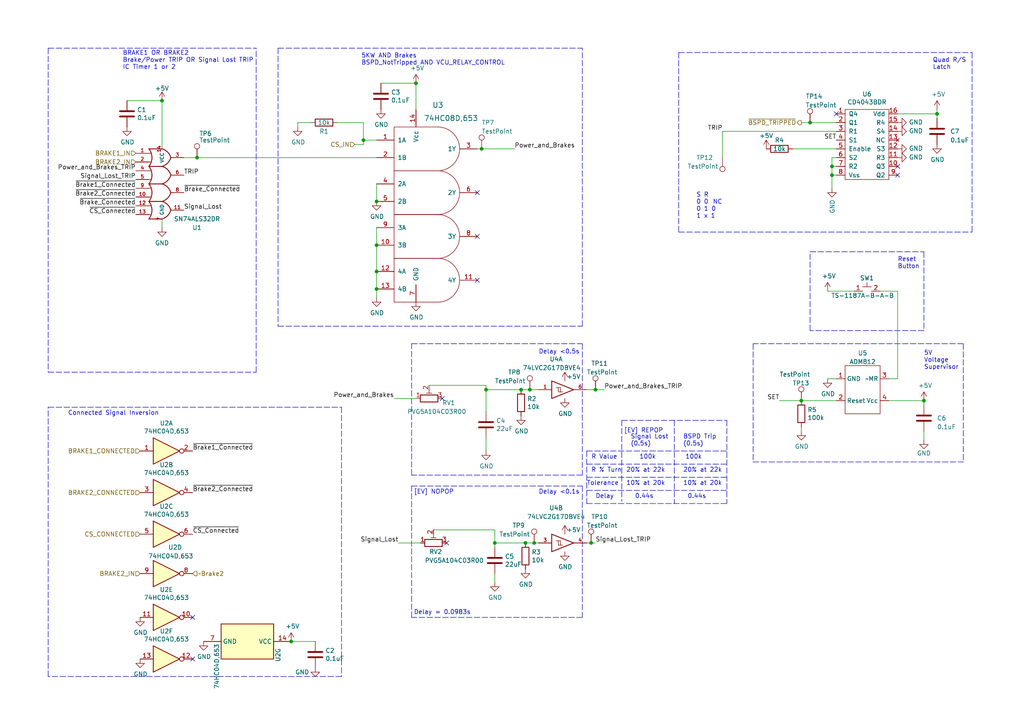
<source format=kicad_sch>
(kicad_sch (version 20211123) (generator eeschema)
  (paper "A4")
  (title_block (date "2019-10-09") (company "Longhorn Racing Electric"))
  (lib_symbols
    (symbol "20-ELC-2-01-R2(Appetizer)-rescue:CD4043BDR-LHRE_Component_Library" (pin_names (offset 1.016))
      (property "Reference" "U" (at 0 13.97 0))
      (property "Value" "CD4043BDR-LHRE_Component_Library" (at 0 11.43 0))
      (symbol "CD4043BDR-LHRE_Component_Library_0_1"
        (rectangle (start -6.35 10.16) (end 6.35 -10.16))
      )
      (symbol "CD4043BDR-LHRE_Component_Library_1_1"
        (pin output line (at -8.89 8.89 0) (length 2.54) (name "Q4") (number "1"))
        (pin input line (at 8.89 -6.35 180) (length 2.54) (name "Q3") (number "10"))
        (pin input line (at 8.89 -3.81 180) (length 2.54) (name "R3") (number "11"))
        (pin input line (at 8.89 -1.27 180) (length 2.54) (name "S3") (number "12"))
        (pin no_connect line (at 8.89 1.27 180) (length 2.54) (name "NC") (number "13"))
        (pin input line (at 8.89 3.81 180) (length 2.54) (name "S4") (number "14"))
        (pin input line (at 8.89 6.35 180) (length 2.54) (name "R4") (number "15"))
        (pin input line (at 8.89 8.89 180) (length 2.54) (name "Vdd") (number "16"))
        (pin output line (at -8.89 6.35 0) (length 2.54) (name "Q1") (number "2"))
        (pin input line (at -8.89 3.81 0) (length 2.54) (name "R1") (number "3"))
        (pin input line (at -8.89 1.27 0) (length 2.54) (name "S1") (number "4"))
        (pin input line (at -8.89 -1.27 0) (length 2.54) (name "Enable") (number "5"))
        (pin input line (at -8.89 -3.81 0) (length 2.54) (name "S2") (number "6"))
        (pin input line (at -8.89 -6.35 0) (length 2.54) (name "R2") (number "7"))
        (pin output line (at -8.89 -8.89 0) (length 2.54) (name "Vss") (number "8"))
        (pin input line (at 8.89 -8.89 180) (length 2.54) (name "Q2") (number "9"))
      )
    )
    (symbol "20-ELC-2-01-R2(Appetizer)-rescue:R_POT_TRIM-Device" (pin_names (offset 1.016) hide)
      (property "Reference" "RV" (at -4.445 0 90))
      (property "Value" "R_POT_TRIM-Device" (at -2.54 0 90))
      (symbol "R_POT_TRIM-Device_0_1"
        (polyline (pts (xy 1.524 0.762) (xy 1.524 -0.762)))
        (polyline (pts (xy 2.54 0) (xy 1.524 0)))
        (rectangle (start 1.016 2.54) (end -1.016 -2.54) (stroke (width 0.254)))
      )
      (symbol "R_POT_TRIM-Device_1_1"
        (pin passive line (at 0 3.81 270) (length 1.27) (name "1") (number "1"))
        (pin passive line (at 3.81 0 180) (length 1.27) (name "2") (number "2"))
        (pin passive line (at 0 -3.81 90) (length 1.27) (name "3") (number "3"))
      )
    )
    (symbol "20-ELC-2-01-R2(Appetizer)-rescue:UK-B0288-SP25Y-LHRE_Component_Library" (pin_names (offset 1.016))
      (property "Reference" "S" (at 0 8.89 0))
      (property "Value" "UK-B0288-SP25Y-LHRE_Component_Library" (at 0 6.35 0))
      (symbol "UK-B0288-SP25Y-LHRE_Component_Library_0_1"
        (rectangle (start -1.27 2.54) (end 1.27 2.54))
        (rectangle (start 0 3.81) (end 0 2.54))
      )
      (symbol "UK-B0288-SP25Y-LHRE_Component_Library_1_1"
        (pin input line (at -3.81 1.27 0) (length 2.54) (name "~") (number "1"))
        (pin output line (at 3.81 1.27 180) (length 2.54) (name "~") (number "2"))
      )
    )
    (symbol "74xGxx:74LVC2G17" (pin_names (offset 1.016))
      (property "Reference" "U" (at -2.54 3.81 0))
      (property "Value" "74LVC2G17" (at 0 -3.81 0))
      (symbol "74LVC2G17_0_1"
        (polyline (pts (xy -1.905 0.635) (xy -1.27 0.635) (xy -1.27 -0.635)))
        (polyline (pts (xy -3.81 2.54) (xy -3.81 -2.54) (xy 2.54 0) (xy -3.81 2.54)) (stroke (width 0.254)))
        (polyline (pts (xy -2.54 0.635) (xy -1.905 0.635) (xy -1.905 -0.635) (xy -0.635 -0.635)))
        (pin power_in line (at 0 -2.54 270) (length 0) hide (name "GND") (number "2"))
        (pin power_in line (at 0 2.54 90) (length 0) hide (name "VCC") (number "5"))
      )
      (symbol "74LVC2G17_1_1"
        (pin input line (at -7.62 0 0) (length 3.81) (name "~") (number "1"))
        (pin output line (at 6.35 0 180) (length 3.81) (name "~") (number "6"))
      )
      (symbol "74LVC2G17_2_1"
        (pin input line (at -7.62 0 0) (length 3.81) (name "~") (number "3"))
        (pin output line (at 6.35 0 180) (length 3.81) (name "~") (number "4"))
      )
    )
    (symbol "74xx:74HC04"
      (property "Reference" "U" (at 0 1.27 0))
      (property "Value" "74HC04" (at 0 -1.27 0))
      (symbol "74HC04_1_0"
        (polyline (pts (xy -3.81 3.81) (xy -3.81 -3.81) (xy 3.81 0) (xy -3.81 3.81)) (stroke (width 0.254)) (fill (type background)))
        (pin input line (at -7.62 0 0) (length 3.81) (name "~") (number "1"))
        (pin output inverted (at 7.62 0 180) (length 3.81) (name "~") (number "2"))
      )
      (symbol "74HC04_2_0"
        (polyline (pts (xy -3.81 3.81) (xy -3.81 -3.81) (xy 3.81 0) (xy -3.81 3.81)) (stroke (width 0.254)) (fill (type background)))
        (pin input line (at -7.62 0 0) (length 3.81) (name "~") (number "3"))
        (pin output inverted (at 7.62 0 180) (length 3.81) (name "~") (number "4"))
      )
      (symbol "74HC04_3_0"
        (polyline (pts (xy -3.81 3.81) (xy -3.81 -3.81) (xy 3.81 0) (xy -3.81 3.81)) (stroke (width 0.254)) (fill (type background)))
        (pin input line (at -7.62 0 0) (length 3.81) (name "~") (number "5"))
        (pin output inverted (at 7.62 0 180) (length 3.81) (name "~") (number "6"))
      )
      (symbol "74HC04_4_0"
        (polyline (pts (xy -3.81 3.81) (xy -3.81 -3.81) (xy 3.81 0) (xy -3.81 3.81)) (stroke (width 0.254)) (fill (type background)))
        (pin output inverted (at 7.62 0 180) (length 3.81) (name "~") (number "8"))
        (pin input line (at -7.62 0 0) (length 3.81) (name "~") (number "9"))
      )
      (symbol "74HC04_5_0"
        (polyline (pts (xy -3.81 3.81) (xy -3.81 -3.81) (xy 3.81 0) (xy -3.81 3.81)) (stroke (width 0.254)) (fill (type background)))
        (pin output inverted (at 7.62 0 180) (length 3.81) (name "~") (number "10"))
        (pin input line (at -7.62 0 0) (length 3.81) (name "~") (number "11"))
      )
      (symbol "74HC04_6_0"
        (polyline (pts (xy -3.81 3.81) (xy -3.81 -3.81) (xy 3.81 0) (xy -3.81 3.81)) (stroke (width 0.254)) (fill (type background)))
        (pin output inverted (at 7.62 0 180) (length 3.81) (name "~") (number "12"))
        (pin input line (at -7.62 0 0) (length 3.81) (name "~") (number "13"))
      )
      (symbol "74HC04_7_0"
        (pin power_in line (at 0 12.7 270) (length 5.08) (name "VCC") (number "14"))
        (pin power_in line (at 0 -12.7 90) (length 5.08) (name "GND") (number "7"))
      )
      (symbol "74HC04_7_1"
        (rectangle (start -5.08 7.62) (end 5.08 -7.62) (stroke (width 0.254)) (fill (type background)))
      )
    )
    (symbol "Connector:TestPoint" (pin_numbers hide) (pin_names (offset 0.762) hide)
      (property "Reference" "TP" (at 0 6.858 0))
      (property "Value" "TestPoint" (at 0 5.08 0))
      (symbol "TestPoint_0_1"
        (circle (center 0 3.302) (radius 0.762))
      )
      (symbol "TestPoint_1_1"
        (pin passive line (at 0 0 90) (length 2.54) (name "1") (number "1"))
      )
    )
    (symbol "Device:C" (pin_numbers hide) (pin_names (offset 0.254))
      (property "Reference" "C" (at 0.635 2.54 0))
      (property "Value" "C" (at 0.635 -2.54 0))
      (symbol "C_0_1"
        (polyline (pts (xy -2.032 -0.762) (xy 2.032 -0.762)) (stroke (width 0.508)))
        (polyline (pts (xy -2.032 0.762) (xy 2.032 0.762)) (stroke (width 0.508)))
      )
      (symbol "C_1_1"
        (pin passive line (at 0 3.81 270) (length 2.794) (name "~") (number "1"))
        (pin passive line (at 0 -3.81 90) (length 2.794) (name "~") (number "2"))
      )
    )
    (symbol "Device:R" (pin_numbers hide) (pin_names (offset 0))
      (property "Reference" "R" (at 2.032 0 90))
      (property "Value" "R" (at 0 0 90))
      (symbol "R_0_1"
        (rectangle (start -1.016 -2.54) (end 1.016 2.54) (stroke (width 0.254)))
      )
      (symbol "R_1_1"
        (pin passive line (at 0 3.81 270) (length 1.27) (name "~") (number "1"))
        (pin passive line (at 0 -3.81 90) (length 1.27) (name "~") (number "2"))
      )
    )
    (symbol "LHR 2023 Schematic Library:ADM812"
      (property "Reference" "U" (at 0 8.89 0))
      (property "Value" "ADM812" (at 0 -7.62 0))
      (symbol "ADM812_0_1"
        (rectangle (start -5.08 7.62) (end 5.08 -6.35) (stroke (width 0.1524)))
      )
      (symbol "ADM812_1_1"
        (pin input line (at -7.62 3.81 0) (length 2.54) (name "GND") (number "1"))
        (pin output line (at -7.62 -2.54 0) (length 2.54) (name "Reset") (number "2"))
        (pin input line (at 7.62 3.81 180) (length 2.54) (name "~MR") (number "3"))
        (pin power_in line (at 7.62 -2.54 180) (length 2.54) (name "Vcc") (number "4"))
      )
    )
    (symbol "LHRE_Component_Library:74HC08-QUAD" (pin_names (offset 1.016))
      (property "Reference" "U" (at 1.27 19.05 0))
      (property "Value" "LHRE_Component_Library_74HC08-QUAD" (at 7.62 26.67 0))
      (symbol "74HC08-QUAD_0_1"
        (polyline (pts (xy 5.08 25.4) (xy -7.62 25.4) (xy -7.62 12.7) (xy 5.08 12.7)))
        (arc (start 5.08 12.7) (mid 11.43 19.05) (end 5.08 25.4))
      )
      (symbol "74HC08-QUAD_1_1"
        (polyline (pts (xy 5.08 -12.7) (xy -7.62 -12.7) (xy -7.62 -25.4) (xy 5.08 -25.4)))
        (polyline (pts (xy 5.08 0) (xy -7.62 0) (xy -7.62 -12.7) (xy 5.08 -12.7)))
        (polyline (pts (xy 5.08 12.7) (xy -7.62 12.7) (xy -7.62 0) (xy 5.08 0)))
        (arc (start 5.08 -25.4) (mid 11.43 -19.05) (end 5.08 -12.7))
        (arc (start 5.08 -12.7) (mid 11.43 -6.35) (end 5.08 0))
        (arc (start 5.08 0) (mid 11.43 6.35) (end 5.08 12.7))
        (pin input line (at -12.7 21.59 0) (length 5.08) (name "1A") (number "1"))
        (pin input line (at -12.7 -8.89 0) (length 5.08) (name "3B") (number "10"))
        (pin output line (at 16.51 -19.05 180) (length 5.08) (name "4Y") (number "11"))
        (pin input line (at -12.7 -16.51 0) (length 5.08) (name "4A") (number "12"))
        (pin input line (at -12.7 -21.59 0) (length 5.08) (name "4B") (number "13"))
        (pin input line (at -1.27 30.48 270) (length 5.08) (name "Vcc") (number "14"))
        (pin input line (at -12.7 16.51 0) (length 5.08) (name "1B") (number "2"))
        (pin output line (at 16.51 19.05 180) (length 5.08) (name "1Y") (number "3"))
        (pin input line (at -12.7 8.89 0) (length 5.08) (name "2A") (number "4"))
        (pin input line (at -12.7 3.81 0) (length 5.08) (name "2B") (number "5"))
        (pin output line (at 16.51 6.35 180) (length 5.08) (name "2Y") (number "6"))
        (pin input line (at -1.27 -25.4 90) (length 5.08) (name "GND") (number "7"))
        (pin output line (at 16.51 -6.35 180) (length 5.08) (name "3Y") (number "8"))
        (pin input line (at -12.7 -3.81 0) (length 5.08) (name "3A") (number "9"))
      )
    )
    (symbol "LHRE_Component_Library:SN74HC32PWR" (pin_names (offset 1.016))
      (property "Reference" "U" (at 2.54 -2.54 0))
      (property "Value" "LHRE_Component_Library_SN74HC32PWR" (at 0 -7.62 0))
      (symbol "SN74HC32PWR_1_1"
        (arc (start -3.81 -1.27) (mid -2.919 1.27) (end -3.81 3.81) (stroke (width 0.254)))
        (arc (start -3.81 3.81) (mid -2.919 6.35) (end -3.81 8.89) (stroke (width 0.254)))
        (arc (start -3.81 8.89) (mid -2.919 11.43) (end -3.81 13.97) (stroke (width 0.254)))
        (arc (start -3.81 13.97) (mid -2.919 16.51) (end -3.81 19.05) (stroke (width 0.254)))
        (arc (start 0 -1.27) (mid 1.601 -0.331) (end 2.54 1.27) (stroke (width 0.254)))
        (polyline (pts (xy -3.81 0) (xy -3.175 0)))
        (polyline (pts (xy -3.81 2.54) (xy -3.175 2.54)))
        (polyline (pts (xy -3.81 5.08) (xy -3.175 5.08)))
        (polyline (pts (xy -3.81 7.62) (xy -3.175 7.62)))
        (polyline (pts (xy -3.81 10.16) (xy -3.175 10.16)))
        (polyline (pts (xy -3.81 12.7) (xy -3.175 12.7)))
        (polyline (pts (xy -3.81 15.24) (xy -3.175 15.24)))
        (polyline (pts (xy -3.81 17.78) (xy -3.175 17.78)))
        (polyline (pts (xy 0 -1.27) (xy -3.81 -1.27)) (stroke (width 0.254)) (fill (type background)))
        (polyline (pts (xy 0 3.81) (xy -3.81 3.81)) (stroke (width 0.254)) (fill (type background)))
        (polyline (pts (xy 0 8.89) (xy -3.81 8.89)) (stroke (width 0.254)) (fill (type background)))
        (polyline (pts (xy 0 13.97) (xy -3.81 13.97)) (stroke (width 0.254)) (fill (type background)))
        (polyline (pts (xy 0 19.05) (xy -3.81 19.05)) (stroke (width 0.254)) (fill (type background)))
        (arc (start 0 3.81) (mid 1.601 4.749) (end 2.54 6.35) (stroke (width 0.254)))
        (arc (start 0 8.89) (mid 1.601 9.829) (end 2.54 11.43) (stroke (width 0.254)))
        (arc (start 0 13.97) (mid 1.601 14.909) (end 2.54 16.51) (stroke (width 0.254)))
        (arc (start 2.54 1.27) (mid 1.6136 2.8836) (end 0 3.81) (stroke (width 0.254)))
        (arc (start 2.54 6.35) (mid 1.6136 7.9636) (end 0 8.89) (stroke (width 0.254)))
        (arc (start 2.54 11.43) (mid 1.6136 13.0436) (end 0 13.97) (stroke (width 0.254)))
        (arc (start 2.54 16.51) (mid 1.6136 18.1236) (end 0 19.05) (stroke (width 0.254)))
        (pin input line (at -7.62 17.78 0) (length 3.81) (name "~") (number "1"))
        (pin input line (at -7.62 5.08 0) (length 3.81) (name "~") (number "10"))
        (pin output line (at 6.35 1.27 180) (length 3.81) (name "~") (number "11"))
        (pin input line (at -7.62 2.54 0) (length 3.81) (name "~") (number "12"))
        (pin input line (at -7.62 0 0) (length 3.81) (name "~") (number "13"))
        (pin power_in line (at 0 19.05 270) (length 0) (name "VCC") (number "14"))
        (pin input line (at -7.62 15.24 0) (length 3.81) (name "~") (number "2"))
        (pin output line (at 6.35 16.51 180) (length 3.81) (name "~") (number "3"))
        (pin input line (at -7.62 12.7 0) (length 3.81) (name "~") (number "4"))
        (pin input line (at -7.62 10.16 0) (length 3.81) (name "~") (number "5"))
        (pin output line (at 6.35 11.43 180) (length 3.81) (name "~") (number "6"))
        (pin power_in line (at 0 -1.27 90) (length 0) (name "GND") (number "7"))
        (pin output line (at 6.35 6.35 180) (length 3.81) (name "~") (number "8"))
        (pin input line (at -7.62 7.62 0) (length 3.81) (name "~") (number "9"))
      )
    )
    (symbol "R_POT_TRIM-Device_1" (pin_names (offset 1.016) hide)
      (property "Reference" "RV11" (at -1.27 -3.81 90))
      (property "Value" "R_POT_TRIM-Device_1" (at -5.08 -6.35 90))
      (symbol "R_POT_TRIM-Device_1_0_1"
        (polyline (pts (xy 1.524 0.762) (xy 1.524 -0.762)))
        (polyline (pts (xy 2.54 0) (xy 1.524 0)))
        (rectangle (start 1.016 2.54) (end -1.016 -2.54) (stroke (width 0.254)))
      )
      (symbol "R_POT_TRIM-Device_1_1_1"
        (pin passive line (at 0 3.81 270) (length 1.27) (name "1") (number "1"))
        (pin passive line (at 3.81 0 180) (length 1.27) (name "2") (number "2"))
        (pin passive line (at 0 -3.81 90) (length 1.27) (name "3") (number "3"))
      )
    )
    (symbol "power:+5V" (power) (pin_names (offset 0))
      (property "Value" "+5V" (at 0 3.556 0))
      (symbol "+5V_0_1"
        (polyline (pts (xy -0.762 1.27) (xy 0 2.54)))
        (polyline (pts (xy 0 0) (xy 0 2.54)))
        (polyline (pts (xy 0 2.54) (xy 0.762 1.27)))
      )
      (symbol "+5V_1_1"
        (pin power_in line (at 0 0 90) (length 0) hide (name "+5V") (number "1"))
      )
    )
    (symbol "power:GND" (power) (pin_names (offset 0))
      (property "Value" "GND" (at 0 -3.81 0))
      (symbol "GND_0_1"
        (polyline (pts (xy 0 0) (xy 0 -1.27) (xy 1.27 -1.27) (xy 0 -2.54) (xy -1.27 -1.27) (xy 0 -1.27)))
      )
      (symbol "GND_1_1"
        (pin power_in line (at 0 0 270) (length 0) hide (name "GND") (number "1"))
      )
    )
  )
  (junction (at 234.95 35.56))
  (junction (at 153.67 113.03))
  (junction (at 172.72 113.03))
  (junction (at 271.78 33.02))
  (junction (at 143.51 157.48))
  (junction (at 105.41 40.64))
  (junction (at 57.15 45.72))
  (junction (at 232.41 116.205))
  (junction (at 139.7 43.18))
  (junction (at 171.45 157.48))
  (junction (at 241.3 48.26))
  (junction (at 109.22 58.42))
  (junction (at 151.13 113.03))
  (junction (at 46.99 29.21))
  (junction (at 120.65 24.13))
  (junction (at 154.94 157.48))
  (junction (at 140.97 113.03))
  (junction (at 152.4 157.48))
  (junction (at 84.455 186.055))
  (junction (at 109.22 78.74))
  (junction (at 267.97 116.205))
  (junction (at 241.3 50.8))
  (junction (at 109.22 71.12))
  (junction (at 109.22 83.82))
  (no_connect (at 138.43 68.58))
  (no_connect (at 260.35 50.8))
  (no_connect (at 260.35 48.26))
  (no_connect (at 128.27 115.57))
  (no_connect (at 242.57 33.02))
  (no_connect (at 55.88 179.07))
  (no_connect (at 138.43 81.28))
  (no_connect (at 129.54 157.48))
  (no_connect (at 138.43 55.88))
  (no_connect (at 55.88 191.135))
  (wire (pts (xy 36.83 29.21) (xy 46.99 29.21)))
  (wire (pts (xy 232.41 35.56) (xy 234.95 35.56)))
  (polyline (pts (xy 170.18 146.05) (xy 210.82 146.05)))
  (wire (pts (xy 109.22 86.36) (xy 109.22 83.82)))
  (wire (pts (xy 151.13 113.03) (xy 140.97 113.03)))
  (polyline (pts (xy 234.95 73.025) (xy 267.97 73.025)))
  (polyline (pts (xy 180.34 121.92) (xy 210.82 121.92)))
  (wire (pts (xy 115.57 157.48) (xy 121.92 157.48)))
  (polyline (pts (xy 168.91 179.07) (xy 119.38 179.07)))
  (wire (pts (xy 53.34 45.72) (xy 57.15 45.72)))
  (wire (pts (xy 46.99 29.21) (xy 46.99 43.18)))
  (wire (pts (xy 229.87 43.18) (xy 242.57 43.18)))
  (wire (pts (xy 105.41 40.64) (xy 109.22 40.64)))
  (wire (pts (xy 257.81 116.205) (xy 267.97 116.205)))
  (polyline (pts (xy 168.91 140.97) (xy 168.91 179.07)))
  (wire (pts (xy 46.99 63.5) (xy 46.99 66.04)))
  (wire (pts (xy 240.03 109.855) (xy 242.57 109.855)))
  (polyline (pts (xy 267.97 73.025) (xy 267.97 95.885)))
  (wire (pts (xy 152.4 157.48) (xy 154.94 157.48)))
  (wire (pts (xy 172.72 157.48) (xy 171.45 157.48)))
  (polyline (pts (xy 218.44 133.985) (xy 279.4 133.985)))
  (polyline (pts (xy 74.295 107.95) (xy 74.295 13.97)))
  (polyline (pts (xy 13.97 107.95) (xy 74.295 107.95)))
  (wire (pts (xy 109.22 78.74) (xy 109.22 83.82)))
  (wire (pts (xy 267.97 125.095) (xy 267.97 127.635)))
  (wire (pts (xy 232.41 123.825) (xy 232.41 125.095)))
  (wire (pts (xy 143.51 153.67) (xy 143.51 157.48)))
  (wire (pts (xy 105.41 40.64) (xy 105.41 41.91)))
  (wire (pts (xy 125.73 153.67) (xy 143.51 153.67)))
  (polyline (pts (xy 119.38 179.07) (xy 119.38 140.97)))
  (wire (pts (xy 209.55 38.1) (xy 242.57 38.1)))
  (wire (pts (xy 242.57 50.8) (xy 241.3 50.8)))
  (polyline (pts (xy 119.38 99.695) (xy 168.91 99.695)))
  (wire (pts (xy 110.49 24.13) (xy 120.65 24.13)))
  (polyline (pts (xy 279.4 99.695) (xy 279.4 133.985)))
  (wire (pts (xy 109.22 66.04) (xy 109.22 71.12)))
  (wire (pts (xy 154.94 157.48) (xy 156.21 157.48)))
  (wire (pts (xy 114.3 115.57) (xy 120.65 115.57)))
  (wire (pts (xy 260.35 33.02) (xy 271.78 33.02)))
  (wire (pts (xy 260.35 109.855) (xy 257.81 109.855)))
  (polyline (pts (xy 234.95 95.885) (xy 234.95 73.025)))
  (polyline (pts (xy 195.58 121.92) (xy 195.58 146.05)))
  (polyline (pts (xy 80.645 13.97) (xy 80.645 94.615)))
  (polyline (pts (xy 80.645 94.615) (xy 168.91 94.615)))
  (wire (pts (xy 153.67 113.03) (xy 156.21 113.03)))
  (wire (pts (xy 140.97 111.76) (xy 140.97 113.03)))
  (wire (pts (xy 241.3 48.26) (xy 242.57 48.26)))
  (wire (pts (xy 234.95 35.56) (xy 242.57 35.56)))
  (wire (pts (xy 241.3 48.26) (xy 241.3 50.8)))
  (wire (pts (xy 240.03 84.455) (xy 247.65 84.455)))
  (polyline (pts (xy 180.34 121.92) (xy 180.34 145.415)))
  (polyline (pts (xy 196.85 15.24) (xy 196.85 67.31)))
  (polyline (pts (xy 13.97 13.97) (xy 74.295 13.97)))
  (polyline (pts (xy 267.97 95.885) (xy 234.95 95.885)))
  (polyline (pts (xy 99.06 118.11) (xy 99.06 196.215)))
  (wire (pts (xy 120.65 24.13) (xy 120.65 31.75)))
  (polyline (pts (xy 170.18 130.81) (xy 210.82 130.81)))
  (polyline (pts (xy 80.645 13.97) (xy 168.91 13.97)))
  (wire (pts (xy 143.51 168.91) (xy 143.51 166.37)))
  (wire (pts (xy 255.27 84.455) (xy 260.35 84.455)))
  (wire (pts (xy 105.41 41.91) (xy 102.87 41.91)))
  (polyline (pts (xy 168.91 99.695) (xy 168.91 137.795)))
  (wire (pts (xy 267.97 116.205) (xy 267.97 117.475)))
  (wire (pts (xy 124.46 111.76) (xy 140.97 111.76)))
  (wire (pts (xy 232.41 116.205) (xy 242.57 116.205)))
  (polyline (pts (xy 196.85 67.31) (xy 281.94 67.31)))
  (polyline (pts (xy 170.18 130.81) (xy 170.18 146.05)))
  (wire (pts (xy 209.55 38.1) (xy 209.55 45.72)))
  (wire (pts (xy 151.13 113.03) (xy 153.67 113.03)))
  (polyline (pts (xy 99.06 196.215) (xy 13.97 196.215)))
  (wire (pts (xy 143.51 157.48) (xy 143.51 158.75)))
  (wire (pts (xy 139.7 43.18) (xy 149.225 43.18)))
  (wire (pts (xy 241.3 45.72) (xy 241.3 48.26)))
  (polyline (pts (xy 170.18 138.43) (xy 210.82 138.43)))
  (polyline (pts (xy 13.97 13.97) (xy 13.97 107.95)))
  (wire (pts (xy 241.3 50.8) (xy 241.3 54.61)))
  (wire (pts (xy 57.15 45.72) (xy 109.22 45.72)))
  (polyline (pts (xy 119.38 140.97) (xy 168.91 140.97)))
  (wire (pts (xy 105.41 35.56) (xy 105.41 40.64)))
  (wire (pts (xy 271.78 33.02) (xy 271.78 31.75)))
  (wire (pts (xy 260.35 84.455) (xy 260.35 109.855)))
  (wire (pts (xy 226.06 116.205) (xy 232.41 116.205)))
  (wire (pts (xy 109.22 71.12) (xy 109.22 78.74)))
  (wire (pts (xy 97.79 35.56) (xy 105.41 35.56)))
  (wire (pts (xy 140.97 113.03) (xy 140.97 119.38)))
  (wire (pts (xy 170.18 113.03) (xy 172.72 113.03)))
  (polyline (pts (xy 168.91 137.795) (xy 119.38 137.795)))
  (wire (pts (xy 170.18 157.48) (xy 171.45 157.48)))
  (polyline (pts (xy 119.38 137.795) (xy 119.38 99.695)))
  (polyline (pts (xy 170.18 142.24) (xy 210.82 142.24)))
  (wire (pts (xy 86.36 35.56) (xy 90.17 35.56)))
  (wire (pts (xy 109.22 53.34) (xy 109.22 58.42)))
  (wire (pts (xy 91.44 186.055) (xy 84.455 186.055)))
  (wire (pts (xy 138.43 43.18) (xy 139.7 43.18)))
  (polyline (pts (xy 168.91 94.615) (xy 168.91 13.97)))
  (wire (pts (xy 271.78 34.29) (xy 271.78 33.02)))
  (polyline (pts (xy 218.44 99.695) (xy 218.44 133.985)))
  (polyline (pts (xy 13.97 118.11) (xy 99.06 118.11)))
  (polyline (pts (xy 196.85 15.24) (xy 281.94 15.24)))
  (polyline (pts (xy 210.82 121.92) (xy 210.82 146.05)))
  (polyline (pts (xy 281.94 15.24) (xy 281.94 67.31)))
  (wire (pts (xy 143.51 157.48) (xy 152.4 157.48)))
  (wire (pts (xy 172.72 113.03) (xy 175.26 113.03)))
  (polyline (pts (xy 170.18 134.62) (xy 210.82 134.62)))
  (polyline (pts (xy 279.4 99.695) (xy 218.44 99.695)))
  (polyline (pts (xy 13.97 196.215) (xy 13.97 118.11)))
  (wire (pts (xy 140.97 127) (xy 140.97 130.81)))
  (wire (pts (xy 86.36 36.83) (xy 86.36 35.56)))
  (wire (pts (xy 242.57 45.72) (xy 241.3 45.72)))
  (text "Tolerance" (at 170.18 140.97 0) (effects (font (size 1.27 1.27)) (justify left bottom)))
  (text "Delay = 0.0983s" (at 120.015 178.435 0) (effects (font (size 1.27 1.27)) (justify left bottom)))
  (text "Quad R/S\nLatch" (at 270.51 20.32 0) (effects (font (size 1.27 1.27)) (justify left bottom)))
  (text "5KW AND Brakes\nBSPD_NotTripped AND VCU_RELAY_CONTROL" (at 104.775 19.05 0) (effects (font (size 1.27 1.27)) (justify left bottom)))
  (text "BRAKE1 OR BRAKE2\nBrake/Power TRIP OR Signal Lost TRIP\nIC Timer 1 or 2\n" (at 35.56 20.32 0) (effects (font (size 1.27 1.27)) (justify left bottom)))
  (text "BSPD Trip \n(0.5s)\n" (at 198.12 129.54 0) (effects (font (size 1.27 1.27)) (justify left bottom)))
  (text "Delay <0.5s " (at 156.21 102.87 0) (effects (font (size 1.27 1.27)) (justify left bottom)))
  (text "Delay <0.1s" (at 156.21 143.51 0) (effects (font (size 1.27 1.27)) (justify left bottom)))
  (text "20% at 22k" (at 198.12 137.16 0) (effects (font (size 1.27 1.27)) (justify left bottom)))
  (text "[EV] REPOP" (at 180.975 125.73 0) (effects (font (size 1.27 1.27)) (justify left bottom)))
  (text "100k" (at 198.755 133.35 0) (effects (font (size 1.27 1.27)) (justify left bottom)))
  (text "0.44s" (at 184.15 144.78 0) (effects (font (size 1.27 1.27)) (justify left bottom)))
  (text "10% at 20k" (at 198.12 140.97 0) (effects (font (size 1.27 1.27)) (justify left bottom)))
  (text "5V\nVoltage\nSupervisor" (at 267.97 107.315 0) (effects (font (size 1.27 1.27)) (justify left bottom)))
  (text "Connected Signal Inversion\n" (at 19.685 120.65 0) (effects (font (size 1.27 1.27)) (justify left bottom)))
  (text "R % Turn" (at 171.45 137.16 0) (effects (font (size 1.27 1.27)) (justify left bottom)))
  (text "10% at 20k" (at 181.61 140.97 0) (effects (font (size 1.27 1.27)) (justify left bottom)))
  (text "20% at 22k" (at 181.61 137.16 0) (effects (font (size 1.27 1.27)) (justify left bottom)))
  (text "S R\n0 0	NC\n0 1 0\n1 x 1" (at 201.93 63.5 0) (effects (font (size 1.27 1.27)) (justify left bottom)))
  (text "100k" (at 185.42 133.35 0) (effects (font (size 1.27 1.27)) (justify left bottom)))
  (text "Signal Lost \n(0.5s)\n" (at 182.88 129.54 0) (effects (font (size 1.27 1.27)) (justify left bottom)))
  (text "Reset\nButton" (at 260.35 78.105 0) (effects (font (size 1.27 1.27)) (justify left bottom)))
  (text "Delay" (at 172.72 144.78 0) (effects (font (size 1.27 1.27)) (justify left bottom)))
  (text "0.44s" (at 199.39 144.78 0) (effects (font (size 1.27 1.27)) (justify left bottom)))
  (text "R Value" (at 179.07 133.35 180) (effects (font (size 1.27 1.27)) (justify right bottom)))
  (text "[EV] NOPOP" (at 120.015 143.51 0) (effects (font (size 1.27 1.27)) (justify left bottom)))
  (label "Signal_Lost" (at 53.34 60.96 0))
  (label "Power_and_Brakes" (at 114.3 115.57 180))
  (label "~{Brake_Connected}" (at 53.34 55.88 0))
  (label "~{CS_Connected}" (at 55.88 154.94 0))
  (label "TRIP" (at 209.55 38.1 180))
  (label "Signal_Lost_TRIP" (at 39.37 52.07 180))
  (label "~{Brake1_Connected}" (at 39.37 54.61 180))
  (label "Signal_Lost" (at 115.57 157.48 180))
  (label "Power_and_Brakes_TRIP" (at 39.37 49.53 180))
  (label "~{Brake1_Connected}" (at 55.88 130.81 0))
  (label "Power_and_Brakes_TRIP" (at 175.26 113.03 0))
  (label "~{Brake2_Connected}" (at 55.88 142.875 0))
  (label "Power_and_Brakes" (at 149.225 43.18 0))
  (label "SET" (at 242.57 40.64 180))
  (label "~{Brake_Connected}" (at 39.37 59.69 180))
  (label "SET" (at 226.06 116.205 180))
  (label "~{Brake2_Connected}" (at 39.37 57.15 180))
  (label "TRIP" (at 53.34 50.8 0))
  (label "~{CS_Connected}" (at 39.37 62.23 180))
  (label "Signal_Lost_TRIP" (at 172.72 157.48 0))
  (hierarchical_label "BRAKE1_IN" (shape input) (at 39.37 44.45 180))
  (hierarchical_label "BRAKE1_CONNECTED" (shape input) (at 40.64 130.81 180))
  (hierarchical_label "BRAKE2_CONNECTED" (shape input) (at 40.64 142.875 180))
  (hierarchical_label "~{BSPD_TRIPPED}" (shape output) (at 232.41 35.56 180))
  (hierarchical_label "~Brake2" (shape input) (at 55.88 166.37 0))
  (hierarchical_label "CS_CONNECTED" (shape input) (at 40.64 154.94 180))
  (hierarchical_label "BRAKE2_IN" (shape input) (at 39.37 46.99 180))
  (hierarchical_label "CS_IN" (shape input) (at 102.87 41.91 180))
  (hierarchical_label "BRAKE2_IN" (shape input) (at 40.64 166.37 180))
  (symbol (lib_id "Device:C") (at 36.83 33.02 0) (unit 1)
    (property "Reference" "C1" (at 39.751 31.8516 0) (effects (justify left)))
    (property "Value" "0.1uF" (at 39.751 34.163 0) (effects (justify left)))
    (property "Footprint" "Capacitor_SMD:C_0603_1608Metric_Pad1.08x0.95mm_HandSolder" (effects hide))
    (property "Manufacturer" "." (effects hide))
    (property "Part Number" "." (effects hide))
    (property "Description" "CAP CER 0.1UF 25V X7R 0603" (effects hide))
    (property "Package" "0603" (effects hide))
  )
  (symbol (lib_id "power:GND") (at 36.83 36.83 0) (unit 1)
    (property "Reference" "#PWR04" (effects hide))
    (property "Value" "GND" (at 36.957 41.2242 0))
  )
  (symbol (lib_id "LHRE_Component_Library:SN74HC32PWR") (at 46.99 62.23 0) (unit 1)
    (property "Reference" "U1" (at 57.15 66.04 0))
    (property "Value" "SN74ALS32DR" (at 57.15 63.5 0))
    (property "Footprint" "Package_SO:SOIC-14_3.9x8.7mm_P1.27mm" (effects hide))
    (property "Datasheet" "https://www.ti.com/lit/ds/symlink/sn54als32.pdf?HQS=dis-mous-null-mousermode-dsf-pf-null-wwe&ts=1667160443468&ref_url=https%253A%252F%252Fwww.ti.com%252Fgeneral%252Fdocs%252Fsuppproductinfo.tsp%253FdistId%253D26%2526gotoUrl%253Dhttps%253A%252F%252Fwww.ti.com%252Flit%252Fgpn%252Fsn54als32" (effects hide))
    (property "Manufacturer" "Texas Instruments" (effects hide))
    (property "Part Number" "SN74ALS32D" (effects hide))
    (property "Description" "Quadruple 2-Input Positive-OR Gates 14-TSSOP" (effects hide))
    (property "Package" "SOIC-14" (effects hide))
    (property "Notes" "." (effects hide))
  )
  (symbol (lib_id "power:GND") (at 120.65 87.63 0) (unit 1)
    (property "Reference" "#PWR018" (effects hide))
    (property "Value" "GND" (at 120.777 92.0242 0))
  )
  (symbol (lib_id "power:GND") (at 110.49 31.75 0) (unit 1)
    (property "Reference" "#PWR016" (effects hide))
    (property "Value" "GND" (at 110.617 36.1442 0))
  )
  (symbol (lib_id "Connector:TestPoint") (at 57.15 45.72 0) (unit 1)
    (property "Reference" "TP6" (at 57.785 38.735 0) (effects (justify left)))
    (property "Value" "TestPoint" (at 57.785 40.64 0) (effects (justify left)))
    (property "Footprint" "TestPoint:TestPoint_THTPad_D1.0mm_Drill0.5mm" (effects hide))
  )
  (symbol (lib_id "Connector:TestPoint") (at 139.7 43.18 0) (unit 1)
    (property "Reference" "TP7" (at 139.7 35.56 0) (effects (justify left)))
    (property "Value" "TestPoint" (at 139.7 38.1 0) (effects (justify left)))
    (property "Footprint" "TestPoint:TestPoint_THTPad_D1.0mm_Drill0.5mm" (effects hide))
  )
  (symbol (lib_id "74xx:74HC04") (at 48.26 130.81 0) (unit 1)
    (property "Reference" "U2" (at 48.26 122.7582 0))
    (property "Value" "74HC04D,653" (at 48.26 125.0696 0))
    (property "Footprint" "Package_SO:SO-14_3.9x8.65mm_P1.27mm" (effects hide))
    (property "Datasheet" "https://assets.nexperia.com/documents/data-sheet/74HC_HCT04.pdf" (effects hide))
    (property "Manufacturer" "Nexperia" (effects hide))
    (property "Part Number" "74HC04D,653" (effects hide))
    (property "Description" "IC INVERTER 6CH 6-INP 14SO" (effects hide))
    (property "Package" "14-SOIC" (effects hide))
  )
  (symbol (lib_id "74xx:74HC04") (at 48.26 142.875 0) (unit 2)
    (property "Reference" "U2" (at 48.26 134.8232 0))
    (property "Value" "74HC04D,653" (at 48.26 137.1346 0))
    (property "Footprint" "Package_SO:SO-14_3.9x8.65mm_P1.27mm" (effects hide))
    (property "Datasheet" "https://assets.nexperia.com/documents/data-sheet/74HC_HCT04.pdf" (effects hide))
    (property "Part Number" "74HC04D,653" (effects hide))
    (property "Description" "IC INVERTER 6CH 6-INP 14SO" (effects hide))
    (property "Manufacturer" "Nexperia" (effects hide))
    (property "Package" "14-SOIC" (effects hide))
  )
  (symbol (lib_id "74xx:74HC04") (at 48.26 154.94 0) (unit 3)
    (property "Reference" "U2" (at 48.26 146.8882 0))
    (property "Value" "74HC04D,653" (at 48.26 149.1996 0))
    (property "Footprint" "Package_SO:SO-14_3.9x8.65mm_P1.27mm" (effects hide))
    (property "Datasheet" "https://assets.nexperia.com/documents/data-sheet/74HC_HCT04.pdf" (effects hide))
    (property "Part Number" "74HC04D,653" (effects hide))
    (property "Description" "IC INVERTER 6CH 6-INP 14SO" (effects hide))
    (property "Manufacturer" "Nexperia" (effects hide))
    (property "Package" "14-SOIC" (effects hide))
  )
  (symbol (lib_id "74xx:74HC04") (at 48.26 179.07 0) (unit 5)
    (property "Reference" "U2" (at 48.26 171.0182 0))
    (property "Value" "74HC04D,653" (at 48.26 173.3296 0))
    (property "Footprint" "Package_SO:SO-14_3.9x8.65mm_P1.27mm" (effects hide))
    (property "Datasheet" "https://assets.nexperia.com/documents/data-sheet/74HC_HCT04.pdf" (effects hide))
    (property "Part Number" "74HC04D,653" (effects hide))
    (property "Description" "IC INVERTER 6CH 6-INP 14SO" (effects hide))
    (property "Manufacturer" "Nexperia" (effects hide))
    (property "Package" "14-SOIC" (effects hide))
  )
  (symbol (lib_id "74xx:74HC04") (at 48.26 191.135 0) (unit 6)
    (property "Reference" "U2" (at 48.26 183.0832 0))
    (property "Value" "74HC04D,653" (at 48.26 185.3946 0))
    (property "Footprint" "Package_SO:SO-14_3.9x8.65mm_P1.27mm" (effects hide))
    (property "Datasheet" "https://assets.nexperia.com/documents/data-sheet/74HC_HCT04.pdf" (effects hide))
    (property "Part Number" "74HC04D,653" (effects hide))
    (property "Description" "IC INVERTER 6CH 6-INP 14SO" (effects hide))
    (property "Manufacturer" "Nexperia" (effects hide))
    (property "Package" "14-SOIC" (effects hide))
  )
  (symbol (lib_id "74xx:74HC04") (at 71.755 186.055 270) (unit 7)
    (property "Reference" "U2" (at 80.645 187.96 0) (effects (justify left)))
    (property "Value" "74HC04D,653" (at 62.865 186.69 0) (effects (justify left)))
    (property "Footprint" "Package_SO:SO-14_3.9x8.65mm_P1.27mm" (effects hide))
    (property "Datasheet" "https://assets.nexperia.com/documents/data-sheet/74HC_HCT04.pdf" (effects hide))
    (property "Part Number" "74HC04D,653" (effects hide))
    (property "Description" "IC INVERTER 6CH 6-INP 14SO" (effects hide))
    (property "Manufacturer" "Nexperia" (effects hide))
    (property "Package" "14-SOIC" (effects hide))
  )
  (symbol (lib_id "power:GND") (at 59.055 186.055 0) (unit 1)
    (property "Reference" "#PWR010" (effects hide))
    (property "Value" "GND" (at 59.182 190.4492 0))
  )
  (symbol (lib_id "power:+5V") (at 84.455 186.055 0) (unit 1)
    (property "Reference" "#PWR011" (effects hide))
    (property "Value" "+5V" (at 84.836 181.6608 0))
  )
  (symbol (lib_id "power:GND") (at 91.44 193.675 0) (unit 1)
    (property "Reference" "#PWR013" (effects hide))
    (property "Value" "GND" (at 87.63 194.945 0))
  )
  (symbol (lib_id "Device:C") (at 91.44 189.865 0) (unit 1)
    (property "Reference" "C2" (at 94.361 188.6966 0) (effects (justify left)))
    (property "Value" "0.1uF" (at 94.361 191.008 0) (effects (justify left)))
    (property "Footprint" "Capacitor_SMD:C_0603_1608Metric_Pad1.08x0.95mm_HandSolder" (effects hide))
    (property "Manufacturer" "." (effects hide))
    (property "Part Number" "." (effects hide))
    (property "Description" "CAP CER 0.1UF 25V X7R 0603" (effects hide))
    (property "Package" "0603" (effects hide))
  )
  (symbol (lib_id "power:GND") (at 109.22 86.36 0) (unit 1)
    (property "Reference" "#PWR015" (effects hide))
    (property "Value" "GND" (at 109.347 90.7542 0))
  )
  (symbol (lib_id "power:GND") (at 40.64 191.135 0) (unit 1)
    (property "Reference" "#PWR07" (effects hide))
    (property "Value" "GND" (at 40.767 195.5292 0))
  )
  (symbol (lib_id "Device:C") (at 140.97 123.19 0) (unit 1)
    (property "Reference" "C4" (at 143.891 122.0216 0) (effects (justify left)))
    (property "Value" "22uF" (at 143.891 124.333 0) (effects (justify left)))
    (property "Footprint" "Capacitor_SMD:C_0603_1608Metric_Pad1.08x0.95mm_HandSolder" (effects hide))
  )
  (symbol (lib_id "power:GND") (at 140.97 130.81 0) (unit 1)
    (property "Reference" "#PWR019" (effects hide))
    (property "Value" "GND" (at 141.097 135.2042 0))
  )
  (symbol (lib_name "R_POT_TRIM-Device_1") (lib_id "20-ELC-2-01-R2(Appetizer)-rescue:R_POT_TRIM-Device") (at 124.46 115.57 90) (unit 1)
    (property "Reference" "RV1" (at 128.27 116.84 90) (effects (justify right)))
    (property "Value" "PVG5A104C03R00 " (at 118.11 119.38 90) (effects (justify right)))
    (property "Footprint" "LHRE Footprint Library:PV36W201C01B00" (effects hide))
    (property "Datasheet" "https://www.mouser.com/datasheet/2/54/pvg5-907351.pdf" (effects hide))
    (property "Notes" "10.03 mm height" (effects hide))
  )
  (symbol (lib_id "20-ELC-2-01-R2(Appetizer)-rescue:R_POT_TRIM-Device") (at 125.73 157.48 90) (unit 1)
    (property "Reference" "RV2" (at 124.46 160.02 90) (effects (justify right)))
    (property "Value" "PVG5A104C03R00 " (at 123.19 162.56 90) (effects (justify right)))
    (property "Footprint" "Potentiometer_SMD:Potentiometer_Bourns_3214W_Vertical" (effects hide))
    (property "Datasheet" "https://www.mouser.com/datasheet/2/54/pvg5-907351.pdf" (effects hide))
  )
  (symbol (lib_id "power:GND") (at 143.51 168.91 0) (unit 1)
    (property "Reference" "#PWR020" (effects hide))
    (property "Value" "GND" (at 143.637 173.3042 0))
  )
  (symbol (lib_id "Device:C") (at 143.51 162.56 0) (unit 1)
    (property "Reference" "C5" (at 146.431 161.3916 0) (effects (justify left)))
    (property "Value" "22uF" (at 146.431 163.703 0) (effects (justify left)))
    (property "Footprint" "Capacitor_SMD:C_0603_1608Metric_Pad1.08x0.95mm_HandSolder" (effects hide))
  )
  (symbol (lib_id "Connector:TestPoint") (at 153.67 113.03 0) (unit 1)
    (property "Reference" "TP8" (at 147.32 107.95 0) (effects (justify left)))
    (property "Value" "TestPoint" (at 143.51 110.49 0) (effects (justify left)))
    (property "Footprint" "TestPoint:TestPoint_THTPad_D1.0mm_Drill0.5mm" (effects hide))
  )
  (symbol (lib_id "Connector:TestPoint") (at 154.94 157.48 0) (unit 1)
    (property "Reference" "TP9" (at 148.59 152.4 0) (effects (justify left)))
    (property "Value" "TestPoint" (at 144.78 154.94 0) (effects (justify left)))
    (property "Footprint" "TestPoint:TestPoint_THTPad_D1.0mm_Drill0.5mm" (effects hide))
  )
  (symbol (lib_id "20-ELC-2-01-R2(Appetizer)-rescue:CD4043BDR-LHRE_Component_Library") (at 251.46 41.91 0) (unit 1)
    (property "Reference" "U6" (at 251.46 27.305 0))
    (property "Value" "CD4043BDR" (at 251.46 29.6164 0))
    (property "Footprint" "Package_SO:SOIC-16_3.9x9.9mm_P1.27mm" (effects hide))
    (property "Datasheet" "https://www.ti.com/lit/ds/symlink/cd4043b-mil.pdf?HQS=dis-mous-null-mousermode-dsf-pf-null-wwe&ts=1665955267466&ref_url=https%253A%252F%252Fwww.mouser.com%252F" (effects hide))
    (property "Manufacturer" "Texas Instruments" (effects hide))
    (property "Part Number" "CD4043B" (effects hide))
    (property "Description" "quad 3state S/R latch" (effects hide))
    (property "Package" "." (effects hide))
  )
  (symbol (lib_id "Device:R") (at 226.06 43.18 270) (unit 1)
    (property "Reference" "R4" (at 226.06 40.64 90))
    (property "Value" "10k" (at 226.06 43.18 90))
    (property "Footprint" "Resistor_SMD:R_0603_1608Metric_Pad0.98x0.95mm_HandSolder" (effects hide))
    (property "Manufacturer" "." (effects hide))
    (property "Part Number" "." (effects hide))
    (property "Description" "RES SMD 10K OHM 1% 0603" (effects hide))
    (property "Package" "0603" (effects hide))
  )
  (symbol (lib_id "power:+5V") (at 222.25 43.18 0) (unit 1)
    (property "Reference" "#PWR027" (effects hide))
    (property "Value" "+5V" (at 222.25 39.37 0))
  )
  (symbol (lib_id "power:GND") (at 260.35 35.56 90) (unit 1)
    (property "Reference" "#PWR032" (effects hide))
    (property "Value" "GND" (at 263.6012 35.433 90) (effects (justify right)))
  )
  (symbol (lib_id "power:GND") (at 260.35 38.1 90) (unit 1)
    (property "Reference" "#PWR033" (effects hide))
    (property "Value" "GND" (at 263.6012 37.973 90) (effects (justify right)))
  )
  (symbol (lib_id "power:GND") (at 260.35 43.18 90) (unit 1)
    (property "Reference" "#PWR034" (effects hide))
    (property "Value" "GND" (at 263.6012 43.053 90) (effects (justify right)))
  )
  (symbol (lib_id "power:GND") (at 260.35 45.72 90) (unit 1)
    (property "Reference" "#PWR035" (effects hide))
    (property "Value" "GND" (at 263.6012 45.593 90) (effects (justify right)))
  )
  (symbol (lib_id "power:GND") (at 241.3 54.61 0) (unit 1)
    (property "Reference" "#PWR031" (effects hide))
    (property "Value" "GND" (at 241.427 57.8612 90) (effects (justify right)))
  )
  (symbol (lib_id "Connector:TestPoint") (at 209.55 45.72 180) (unit 1)
    (property "Reference" "TP12" (at 201.93 45.72 0) (effects (justify right)))
    (property "Value" "TestPoint" (at 199.39 48.26 0) (effects (justify right)))
    (property "Footprint" "TestPoint:TestPoint_THTPad_D1.0mm_Drill0.5mm" (effects hide))
  )
  (symbol (lib_id "Device:C") (at 271.78 38.1 0) (unit 1)
    (property "Reference" "C7" (at 275.59 38.1 0) (effects (justify left)))
    (property "Value" "0.1uF" (at 275.59 40.64 0) (effects (justify left)))
    (property "Footprint" "Capacitor_SMD:C_0603_1608Metric_Pad1.08x0.95mm_HandSolder" (effects hide))
  )
  (symbol (lib_id "power:GND") (at 271.78 41.91 0) (unit 1)
    (property "Reference" "#PWR039" (effects hide))
    (property "Value" "GND" (at 271.907 46.3042 0))
  )
  (symbol (lib_id "power:+5V") (at 271.78 31.75 0) (unit 1)
    (property "Reference" "#PWR038" (effects hide))
    (property "Value" "+5V" (at 272.161 27.3558 0))
  )
  (symbol (lib_id "LHRE_Component_Library:74HC08-QUAD") (at 121.92 62.23 0) (unit 1)
    (property "Reference" "U3" (at 127 30.48 0) (effects (font (size 1.524 1.524))))
    (property "Value" "74HC08D,653" (at 130.81 34.29 0) (effects (font (size 1.524 1.524))))
    (property "Footprint" "Package_SO:SOIC-14_3.9x8.7mm_P1.27mm" (effects hide))
    (property "Datasheet" "https://datasheet.lcsc.com/lcsc/2006241032_Nexperia-74HC08D-653_C5593.pdf" (effects hide))
    (property "Manufactuer" "Nexperia" (effects hide))
    (property "Part Number" "74HC08D,653" (effects hide))
    (property "Description" "And SOIC-14_150mil 74 Series RoHS" (effects hide))
    (property "Package" "SOIC-14_3.9x8.7x1.27P" (effects hide))
  )
  (symbol (lib_id "Device:R") (at 93.98 35.56 270) (unit 1)
    (property "Reference" "R1" (at 93.98 38.1 90))
    (property "Value" "10k" (at 93.98 35.56 90))
    (property "Footprint" "Resistor_SMD:R_0603_1608Metric_Pad0.98x0.95mm_HandSolder" (effects hide))
    (property "Description" "RES SMD 10K OHM 1% 0603" (effects hide))
    (property "Package" "0603" (effects hide))
  )
  (symbol (lib_id "power:GND") (at 86.36 36.83 0) (unit 1)
    (property "Reference" "#PWR012" (effects hide))
    (property "Value" "GND" (at 86.487 41.2242 0))
  )
  (symbol (lib_id "Device:C") (at 110.49 27.94 0) (unit 1)
    (property "Reference" "C3" (at 113.411 26.7716 0) (effects (justify left)))
    (property "Value" "0.1uF" (at 113.411 29.083 0) (effects (justify left)))
    (property "Footprint" "Capacitor_SMD:C_0603_1608Metric_Pad1.08x0.95mm_HandSolder" (effects hide))
    (property "Manufacturer" "." (effects hide))
    (property "Part Number" "." (effects hide))
    (property "Description" "CAP CER 0.1UF 25V X7R 0603" (effects hide))
    (property "Package" "0603" (effects hide))
  )
  (symbol (lib_id "power:+5V") (at 120.65 24.13 0) (unit 1)
    (property "Reference" "#PWR017" (effects hide))
    (property "Value" "+5V" (at 121.031 19.7358 0))
  )
  (symbol (lib_id "74xx:74HC04") (at 48.26 166.37 0) (unit 4)
    (property "Reference" "U2" (at 50.8 158.75 0))
    (property "Value" "74HC04D,653" (at 49.53 161.29 0))
    (property "Footprint" "Package_SO:SO-14_3.9x8.65mm_P1.27mm" (effects hide))
    (property "Datasheet" "https://assets.nexperia.com/documents/data-sheet/74HC_HCT04.pdf" (effects hide))
    (property "Manufacturer" "Nexperia" (effects hide))
    (property "Part Number" "74HC04D,653" (effects hide))
    (property "Description" "IC INVERTER 6CH 6-INP 14SO" (effects hide))
    (property "Package" "14-SOIC" (effects hide))
  )
  (symbol (lib_id "Connector:TestPoint") (at 234.95 35.56 0) (unit 1)
    (property "Reference" "TP14" (at 233.68 27.94 0) (effects (justify left)))
    (property "Value" "TestPoint" (at 233.68 30.48 0) (effects (justify left)))
    (property "Footprint" "TestPoint:TestPoint_THTPad_D1.0mm_Drill0.5mm" (effects hide))
  )
  (symbol (lib_id "Device:R") (at 151.13 116.84 0) (unit 1)
    (property "Reference" "R2" (at 152.908 115.6716 0) (effects (justify left)))
    (property "Value" "10k" (at 152.908 117.983 0) (effects (justify left)))
    (property "Footprint" "Resistor_SMD:R_0603_1608Metric_Pad0.98x0.95mm_HandSolder" (effects hide))
  )
  (symbol (lib_id "Device:R") (at 152.4 161.29 0) (unit 1)
    (property "Reference" "R3" (at 154.178 160.1216 0) (effects (justify left)))
    (property "Value" "10k" (at 154.178 162.433 0) (effects (justify left)))
    (property "Footprint" "Resistor_SMD:R_0603_1608Metric_Pad0.98x0.95mm_HandSolder" (effects hide))
  )
  (symbol (lib_id "power:GND") (at 151.13 120.65 0) (unit 1)
    (property "Reference" "#PWR021" (effects hide))
    (property "Value" "GND" (at 151.257 125.0442 0))
  )
  (symbol (lib_id "power:GND") (at 152.4 165.1 0) (unit 1)
    (property "Reference" "#PWR022" (effects hide))
    (property "Value" "GND" (at 152.527 169.4942 0))
  )
  (symbol (lib_id "power:GND") (at 40.64 179.07 0) (unit 1)
    (property "Reference" "#PWR06" (effects hide))
    (property "Value" "GND" (at 40.767 183.4642 0))
  )
  (symbol (lib_id "power:GND") (at 109.22 58.42 0) (unit 1)
    (property "Reference" "#PWR014" (effects hide))
    (property "Value" "GND" (at 109.347 62.8142 0))
  )
  (symbol (lib_id "74xGxx:74LVC2G17") (at 163.83 113.03 0) (unit 1)
    (property "Reference" "U4" (at 161.29 104.14 0))
    (property "Value" "74LVC2G17DBVE4" (at 160.02 106.68 0))
    (property "Footprint" "LHRE Footprint Library:74LVC2G17" (effects hide))
    (property "Datasheet" "https://datasheet.lcsc.com/lcsc/1809200013_Texas-Instruments-SN74LVC2G17DBVR_C10429.pdf" (effects hide))
  )
  (symbol (lib_id "74xGxx:74LVC2G17") (at 163.83 157.48 0) (unit 2)
    (property "Reference" "U4" (at 161.29 147.32 0))
    (property "Value" "74LVC2G17DBVE4" (at 161.29 149.86 0))
    (property "Footprint" "LHRE Footprint Library:74LVC2G17" (effects hide))
    (property "Datasheet" "https://datasheet.lcsc.com/lcsc/1809200013_Texas-Instruments-SN74LVC2G17DBVR_C10429.pdf" (effects hide))
  )
  (symbol (lib_id "power:+5V") (at 163.83 110.49 0) (unit 1)
    (property "Reference" "#PWR023" (effects hide))
    (property "Value" "+5V" (at 166.37 109.22 0))
  )
  (symbol (lib_id "power:+5V") (at 163.83 154.94 0) (unit 1)
    (property "Reference" "#PWR025" (effects hide))
    (property "Value" "+5V" (at 166.37 153.67 0))
  )
  (symbol (lib_id "power:GND") (at 163.83 160.02 0) (unit 1)
    (property "Reference" "#PWR026" (effects hide))
    (property "Value" "GND" (at 163.957 164.4142 0))
  )
  (symbol (lib_id "power:GND") (at 163.83 115.57 0) (unit 1)
    (property "Reference" "#PWR024" (effects hide))
    (property "Value" "GND" (at 163.957 119.9642 0))
  )
  (symbol (lib_id "Connector:TestPoint") (at 171.45 157.48 0) (unit 1)
    (property "Reference" "TP10" (at 171.45 149.86 0) (effects (justify left)))
    (property "Value" "TestPoint" (at 170.18 152.4 0) (effects (justify left)))
    (property "Footprint" "TestPoint:TestPoint_THTPad_D1.0mm_Drill0.5mm" (effects hide))
  )
  (symbol (lib_id "Connector:TestPoint") (at 172.72 113.03 0) (unit 1)
    (property "Reference" "TP11" (at 171.45 105.41 0) (effects (justify left)))
    (property "Value" "TestPoint" (at 170.18 107.95 0) (effects (justify left)))
    (property "Footprint" "TestPoint:TestPoint_THTPad_D1.0mm_Drill0.5mm" (effects hide))
  )
  (symbol (lib_id "Device:R") (at 232.41 120.015 0) (unit 1)
    (property "Reference" "R5" (at 234.188 118.8466 0) (effects (justify left)))
    (property "Value" "100k" (at 234.188 121.158 0) (effects (justify left)))
    (property "Footprint" "Resistor_SMD:R_0603_1608Metric_Pad0.98x0.95mm_HandSolder" (effects hide))
  )
  (symbol (lib_id "LHR 2023 Schematic Library:ADM812") (at 250.19 113.665 0) (unit 1)
    (property "Reference" "U5" (at 250.19 102.396 0))
    (property "Value" "ADM812" (at 250.19 104.9329 0))
    (property "Datasheet" "https://www.mouser.com/datasheet/2/609/ADM811_812-1503324.pdf" (effects hide))
    (property "Description" "Voltage Supervisor" (effects hide))
    (property "Notes" "Active High Reset, MR - Manual Reset" (effects hide))
    (property "Package" "SOT-143" (effects hide))
    (property "Part Number" "ADM812TARTZ-REEL7" (effects hide))
  )
  (symbol (lib_id "power:GND") (at 267.97 127.635 0) (unit 1)
    (property "Reference" "#PWR037" (effects hide))
    (property "Value" "GND" (at 267.97 131.445 0))
  )
  (symbol (lib_id "power:+5V") (at 46.99 29.21 0) (unit 1)
    (property "Reference" "#PWR08" (effects hide))
    (property "Value" "+5V" (at 46.99 25.6342 0))
  )
  (symbol (lib_id "power:+5V") (at 240.03 84.455 0) (unit 1)
    (property "Reference" "#PWR029" (effects hide))
    (property "Value" "+5V" (at 240.411 80.0608 0))
  )
  (symbol (lib_id "power:GND") (at 232.41 125.095 0) (unit 1)
    (property "Reference" "#PWR028" (effects hide))
    (property "Value" "GND" (at 232.537 129.4892 0))
  )
  (symbol (lib_id "power:GND") (at 46.99 66.04 0) (unit 1)
    (property "Reference" "#PWR09" (effects hide))
    (property "Value" "GND" (at 46.99 70.4834 0))
  )
  (symbol (lib_id "power:+5V") (at 267.97 116.205 0) (unit 1)
    (property "Reference" "#PWR036" (effects hide))
    (property "Value" "+5V" (at 268.351 111.8108 0))
  )
  (symbol (lib_id "Connector:TestPoint") (at 232.41 116.205 0) (unit 1)
    (property "Reference" "TP13" (at 229.87 111.125 0) (effects (justify left)))
    (property "Value" "TestPoint" (at 226.06 108.585 0) (effects (justify left)))
    (property "Footprint" "TestPoint:TestPoint_THTPad_D1.0mm_Drill0.5mm" (effects hide))
  )
  (symbol (lib_id "Device:C") (at 267.97 121.285 0) (unit 1)
    (property "Reference" "C6" (at 271.78 121.285 0) (effects (justify left)))
    (property "Value" "0.1uF" (at 271.78 123.825 0) (effects (justify left)))
    (property "Footprint" "Capacitor_SMD:C_0603_1608Metric_Pad1.08x0.95mm_HandSolder" (effects hide))
  )
  (symbol (lib_id "20-ELC-2-01-R2(Appetizer)-rescue:UK-B0288-SP25Y-LHRE_Component_Library") (at 251.46 85.725 0) (unit 1)
    (property "Reference" "SW1" (at 251.46 80.645 0))
    (property "Value" "TS-1187A-B-A-B" (at 250.19 85.725 0))
    (property "Footprint" "Button_Switch_SMD:SW_SPST_TL3342" (effects hide))
    (property "Datasheet" "https://datasheet.lcsc.com/lcsc/2002271431_XKB-Connectivity-TS-1187A-B-A-B_C318884.pdf" (effects hide))
  )
  (symbol (lib_id "power:GND") (at 240.03 109.855 0) (unit 1)
    (property "Reference" "#PWR030" (effects hide))
    (property "Value" "GND" (at 240.157 114.2492 0))
  )
)
</source>
